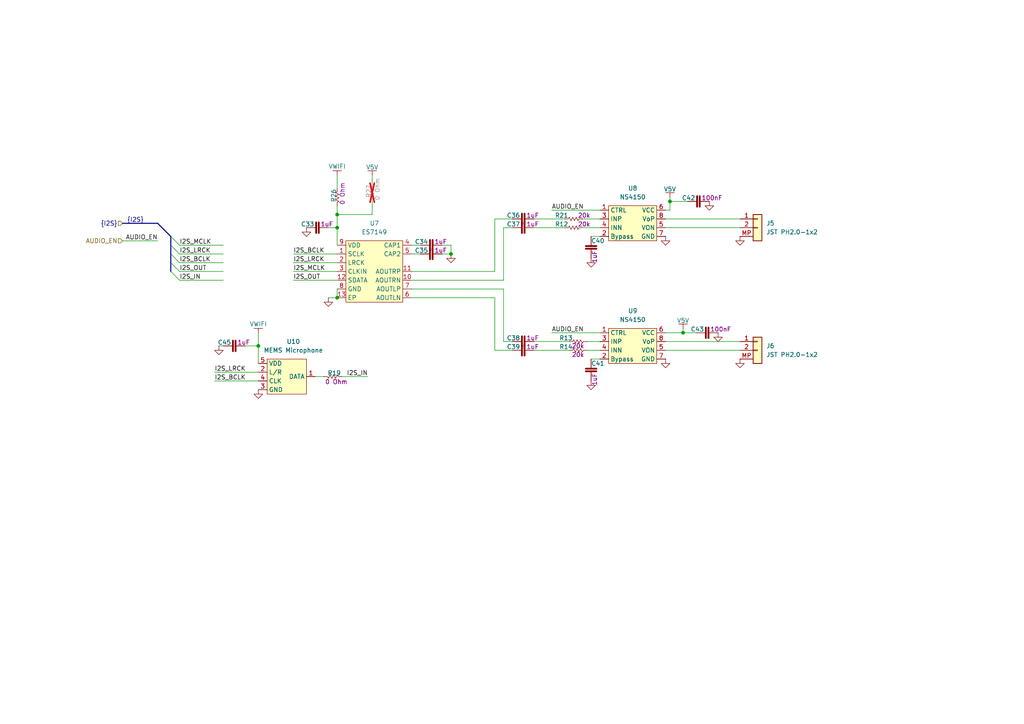
<source format=kicad_sch>
(kicad_sch (version 20231120) (generator "eeschema") (generator_version "8.0")
  (paper "A4")
  (lib_symbols
    (symbol "Galvani:Cap 100nF 0201" (pin_numbers hide) (pin_names (offset 0.254))
      (property "Reference" "C?" (at 1.016 1.524 90))
      (property "Val" "100nF" (at 1.016 -0.254 90))
      (symbol "Cap 100nF 0201_0_1"
        (polyline (pts (xy -1.524 0.254) (xy 1.524 0.254)) (stroke (width 0.508)))
        (polyline (pts (xy -1.524 1.016) (xy 1.524 1.016)) (stroke (width 0.508)))
      )
      (symbol "Cap 100nF 0201_1_1"
        (pin passive line (at 0 3.81 270) (length 2.794) (name "~") (number "1"))
        (pin passive line (at 0 -2.54 90) (length 2.54) (name "~") (number "2"))
      )
    )
    (symbol "Galvani:Cap 1uF 0201" (pin_numbers hide) (pin_names (offset 0.254))
      (property "Reference" "C?" (at 1.016 1.524 90))
      (property "Val" "1uF" (at 1.016 -0.254 90))
      (symbol "Cap 1uF 0201_0_1"
        (polyline (pts (xy -1.524 0.254) (xy 1.524 0.254)) (stroke (width 0.508)))
        (polyline (pts (xy -1.524 1.016) (xy 1.524 1.016)) (stroke (width 0.508)))
      )
      (symbol "Cap 1uF 0201_1_1"
        (pin passive line (at 0 3.81 270) (length 2.794) (name "~") (number "1"))
        (pin passive line (at 0 -2.54 90) (length 2.54) (name "~") (number "2"))
      )
    )
    (symbol "Galvani:ES7149"
      (property "Reference" "U" (at -5.842 11.684 0))
      (property "Value" "ES7149" (at 5.08 10.922 0))
      (symbol "ES7149_1_0"
        (rectangle (start -5.08 8.89) (end 11.43 -8.89) (fill (type background)))
        (pin input line (at -7.62 5.08 0) (length 2.54) (name "SCLK") (number "1"))
        (pin input line (at 13.97 -2.54 180) (length 2.54) (name "AOUTRN") (number "10"))
        (pin input line (at 13.97 0 180) (length 2.54) (name "AOUTRP") (number "11"))
        (pin input line (at -7.62 -2.54 0) (length 2.54) (name "SDATA") (number "12"))
        (pin input line (at -7.62 -7.62 0) (length 2.54) (name "EP") (number "13"))
        (pin input line (at -7.62 2.54 0) (length 2.54) (name "LRCK") (number "2"))
        (pin input line (at -7.62 0 0) (length 2.54) (name "CLKIN") (number "3"))
        (pin input line (at 13.97 7.62 180) (length 2.54) (name "CAP1") (number "4"))
        (pin input line (at 13.97 5.08 180) (length 2.54) (name "CAP2") (number "5"))
        (pin input line (at 13.97 -7.62 180) (length 2.54) (name "AOUTLN") (number "6"))
        (pin input line (at 13.97 -5.08 180) (length 2.54) (name "AOUTLP") (number "7"))
        (pin input line (at -7.62 -5.08 0) (length 2.54) (name "GND") (number "8"))
        (pin input line (at -7.62 7.62 0) (length 2.54) (name "VDD") (number "9"))
      )
    )
    (symbol "Galvani:JST-PH-2.0-1x2" (pin_names (offset 1.016) hide)
      (property "Reference" "J?" (at 2.54 0.0001 0))
      (property "Value" "JST PH2.0-1x2" (at 2.54 -2.5399 0))
      (symbol "JST-PH-2.0-1x2_1_1"
        (rectangle (start -1.27 -2.413) (end 0 -2.667) (stroke (width 0.1524)))
        (rectangle (start -1.27 0.127) (end 0 -0.127) (stroke (width 0.1524)))
        (rectangle (start -1.27 1.27) (end 1.27 -6.35) (stroke (width 0.254)) (fill (type background)))
        (pin passive line (at -5.08 0 0) (length 3.81) (name "Pin_1") (number "1"))
        (pin passive line (at -5.08 -2.54 0) (length 3.81) (name "Pin_2") (number "2"))
        (pin passive line (at -5.08 -5.08 0) (length 3.81) (name "MP") (number "MP"))
      )
    )
    (symbol "Galvani:NS4150"
      (property "Reference" "U" (at -0.508 6.35 0))
      (property "Value" "NS4150" (at 8.89 6.35 0))
      (symbol "NS4150_1_0"
        (rectangle (start -1.27 5.08) (end 12.7 -5.08) (fill (type background)))
        (pin input line (at -3.81 3.81 0) (length 2.54) (name "CTRL") (number "1"))
        (pin input line (at -3.81 -3.81 0) (length 2.54) (name "Bypass") (number "2"))
        (pin input line (at -3.81 1.27 0) (length 2.54) (name "INP") (number "3"))
        (pin input line (at -3.81 -1.27 0) (length 2.54) (name "INN") (number "4"))
        (pin input line (at 15.24 -1.27 180) (length 2.54) (name "VON") (number "5"))
        (pin input line (at 15.24 3.81 180) (length 2.54) (name "VCC") (number "6"))
        (pin input line (at 15.24 -3.81 180) (length 2.54) (name "GND") (number "7"))
        (pin input line (at 15.24 1.27 180) (length 2.54) (name "VoP") (number "8"))
      )
    )
    (symbol "Galvani:R 0 ohm 0201" (pin_numbers hide) (pin_names (offset 0))
      (property "Reference" "R?" (at -1.016 0 90))
      (property "Val" "0 Ohm" (at 1.524 -4.318 90))
      (symbol "R 0 ohm 0201_1_0"
        (polyline (pts (xy 0 2.54) (xy 0 1.524) (xy 0.508 1.27) (xy -0.508 0.762) (xy 0.508 0.254) (xy -0.508 -0.254) (xy 0.508 -0.762) (xy -0.508 -1.27) (xy 0 -1.524) (xy 0 -2.54)))
        (pin passive line (at 0 -2.54 90) (length 0) (name "1") (number "1"))
        (pin passive line (at 0 2.54 270) (length 0) (name "2") (number "2"))
      )
    )
    (symbol "Galvani:R 20k 0201" (pin_numbers hide) (pin_names (offset 0))
      (property "Reference" "R?" (at -1.27 0 90))
      (property "Val" "20k" (at 1.27 0 90))
      (symbol "R 20k 0201_1_0"
        (polyline (pts (xy 0 2.54) (xy 0 1.524) (xy 0.508 1.27) (xy -0.508 0.762) (xy 0.508 0.254) (xy -0.508 -0.254) (xy 0.508 -0.762) (xy -0.508 -1.27) (xy 0 -1.524) (xy 0 -2.54)))
        (pin passive line (at 0 -2.54 90) (length 0) (name "1") (number "1"))
        (pin passive line (at 0 2.54 270) (length 0) (name "2") (number "2"))
      )
    )
    (symbol "Galvani:SD18OB371-041"
      (property "Reference" "U" (at 3.81 6.35 0))
      (property "Value" "MEMS Microphone" (at -0.508 7.366 0))
      (symbol "SD18OB371-041_1_0"
        (rectangle (start -7.62 5.08) (end 3.81 -5.08) (fill (type background)))
        (pin output line (at 6.35 0 180) (length 2.54) (name "DATA") (number "1"))
        (pin input line (at -10.16 1.27 0) (length 2.54) (name "L/R") (number "2"))
        (pin power_in line (at -10.16 -3.81 0) (length 2.54) (name "GND") (number "3"))
        (pin input line (at -10.16 -1.27 0) (length 2.54) (name "CLK") (number "4"))
        (pin power_in line (at -10.16 3.81 0) (length 2.54) (name "VDD") (number "5"))
      )
    )
    (symbol "Galvani:V5V" (power) (pin_names (offset 0))
      (property "Value" "V5V" (at 0 2.54 0))
      (symbol "V5V_0_1"
        (polyline (pts (xy -1.27 1.27) (xy 0 1.27)))
        (polyline (pts (xy 0 0) (xy 0 1.27)))
        (polyline (pts (xy 0 1.27) (xy 1.27 1.27)))
      )
      (symbol "V5V_1_1"
        (pin power_in line (at 0 0 90) (length 0) hide (name "V5V") (number "1"))
      )
    )
    (symbol "Galvani:VWIFI" (power) (pin_names (offset 0))
      (property "Value" "VWIFI" (at 0 2.54 0))
      (symbol "VWIFI_0_1"
        (polyline (pts (xy -1.27 1.27) (xy 0 1.27)))
        (polyline (pts (xy 0 0) (xy 0 1.27)))
        (polyline (pts (xy 0 1.27) (xy 1.27 1.27)))
      )
      (symbol "VWIFI_1_1"
        (pin power_in line (at 0 0 90) (length 0) hide (name "VWIFI") (number "1"))
      )
    )
    (symbol "power:GND" (power) (pin_numbers hide) (pin_names (offset 0) hide)
      (property "Value" "GND" (at 0 -3.81 0))
      (symbol "GND_0_1"
        (polyline (pts (xy 0 0) (xy 0 -1.27) (xy 1.27 -1.27) (xy 0 -2.54) (xy -1.27 -1.27) (xy 0 -1.27)))
      )
      (symbol "GND_1_1"
        (pin power_in line (at 0 0 270) (length 0) (name "~") (number "1"))
      )
    )
  )
  (junction (at 198.12 96.52))
  (junction (at 97.79 66.04))
  (junction (at 194.31 58.42))
  (junction (at 74.93 100.33))
  (junction (at 130.81 73.66))
  (junction (at 97.79 86.36))
  (junction (at 97.79 62.23))
  (bus_entry (at 49.53 71.12) (size 2.54 2.54))
  (bus_entry (at 49.53 76.2) (size 2.54 2.54))
  (bus_entry (at 49.53 68.58) (size 2.54 2.54))
  (bus_entry (at 49.53 73.66) (size 2.54 2.54))
  (bus_entry (at 49.53 78.74) (size 2.54 2.54))
  (wire (pts (xy 85.09 81.28) (xy 97.79 81.28)))
  (wire (pts (xy 97.79 59.69) (xy 97.79 62.23)))
  (wire (pts (xy 97.79 86.36) (xy 97.79 83.82)))
  (wire (pts (xy 146.05 99.06) (xy 148.59 99.06)))
  (wire (pts (xy 193.04 99.06) (xy 214.63 99.06)))
  (wire (pts (xy 146.05 83.82) (xy 146.05 99.06)))
  (wire (pts (xy 63.5 100.33) (xy 64.77 100.33)))
  (wire (pts (xy 193.04 60.96) (xy 194.31 60.96)))
  (wire (pts (xy 194.31 58.42) (xy 194.31 57.15)))
  (wire (pts (xy 74.93 100.33) (xy 74.93 105.41)))
  (wire (pts (xy 193.04 63.5) (xy 214.63 63.5)))
  (wire (pts (xy 198.12 96.52) (xy 198.12 95.25)))
  (wire (pts (xy 143.51 86.36) (xy 143.51 101.6)))
  (wire (pts (xy 194.31 60.96) (xy 194.31 58.42)))
  (wire (pts (xy 154.94 99.06) (xy 165.1 99.06)))
  (wire (pts (xy 193.04 66.04) (xy 214.63 66.04)))
  (wire (pts (xy 71.12 100.33) (xy 74.93 100.33)))
  (bus (pts (xy 49.53 76.2) (xy 49.53 78.74)))
  (wire (pts (xy 62.23 107.95) (xy 74.93 107.95)))
  (wire (pts (xy 119.38 78.74) (xy 143.51 78.74)))
  (bus (pts (xy 49.53 71.12) (xy 49.53 73.66)))
  (wire (pts (xy 143.51 78.74) (xy 143.51 63.5)))
  (wire (pts (xy 99.06 109.22) (xy 106.68 109.22)))
  (wire (pts (xy 146.05 66.04) (xy 148.59 66.04)))
  (wire (pts (xy 119.38 81.28) (xy 146.05 81.28)))
  (wire (pts (xy 97.79 66.04) (xy 97.79 71.12)))
  (wire (pts (xy 91.44 109.22) (xy 93.98 109.22)))
  (wire (pts (xy 154.94 63.5) (xy 163.83 63.5)))
  (wire (pts (xy 119.38 71.12) (xy 121.92 71.12)))
  (wire (pts (xy 170.18 101.6) (xy 173.99 101.6)))
  (wire (pts (xy 168.91 63.5) (xy 173.99 63.5)))
  (wire (pts (xy 119.38 86.36) (xy 143.51 86.36)))
  (wire (pts (xy 85.09 76.2) (xy 97.79 76.2)))
  (wire (pts (xy 62.23 110.49) (xy 74.93 110.49)))
  (wire (pts (xy 52.07 73.66) (xy 64.77 73.66)))
  (wire (pts (xy 52.07 71.12) (xy 64.77 71.12)))
  (wire (pts (xy 170.18 99.06) (xy 173.99 99.06)))
  (wire (pts (xy 52.07 78.74) (xy 64.77 78.74)))
  (wire (pts (xy 35.56 69.85) (xy 45.72 69.85)))
  (bus (pts (xy 45.72 64.77) (xy 49.53 68.58)))
  (wire (pts (xy 160.02 96.52) (xy 173.99 96.52)))
  (wire (pts (xy 154.94 101.6) (xy 165.1 101.6)))
  (wire (pts (xy 97.79 62.23) (xy 97.79 66.04)))
  (wire (pts (xy 97.79 62.23) (xy 107.95 62.23)))
  (wire (pts (xy 119.38 73.66) (xy 121.92 73.66)))
  (wire (pts (xy 128.27 73.66) (xy 130.81 73.66)))
  (wire (pts (xy 168.91 66.04) (xy 173.99 66.04)))
  (wire (pts (xy 171.45 68.58) (xy 173.99 68.58)))
  (wire (pts (xy 52.07 76.2) (xy 64.77 76.2)))
  (wire (pts (xy 194.31 58.42) (xy 199.39 58.42)))
  (wire (pts (xy 130.81 71.12) (xy 130.81 73.66)))
  (wire (pts (xy 119.38 83.82) (xy 146.05 83.82)))
  (wire (pts (xy 74.93 96.52) (xy 74.93 100.33)))
  (wire (pts (xy 85.09 78.74) (xy 97.79 78.74)))
  (wire (pts (xy 160.02 60.96) (xy 173.99 60.96)))
  (wire (pts (xy 198.12 96.52) (xy 201.93 96.52)))
  (wire (pts (xy 193.04 101.6) (xy 214.63 101.6)))
  (wire (pts (xy 85.09 73.66) (xy 97.79 73.66)))
  (wire (pts (xy 171.45 104.14) (xy 173.99 104.14)))
  (wire (pts (xy 52.07 81.28) (xy 64.77 81.28)))
  (wire (pts (xy 143.51 101.6) (xy 148.59 101.6)))
  (wire (pts (xy 97.79 50.8) (xy 97.79 54.61)))
  (wire (pts (xy 128.27 71.12) (xy 130.81 71.12)))
  (wire (pts (xy 143.51 63.5) (xy 148.59 63.5)))
  (bus (pts (xy 35.56 64.77) (xy 45.72 64.77)))
  (wire (pts (xy 107.95 62.23) (xy 107.95 58.42)))
  (wire (pts (xy 95.25 66.04) (xy 97.79 66.04)))
  (wire (pts (xy 107.95 50.8) (xy 107.95 53.34)))
  (bus (pts (xy 49.53 68.58) (xy 49.53 71.12)))
  (wire (pts (xy 154.94 66.04) (xy 163.83 66.04)))
  (wire (pts (xy 95.25 86.36) (xy 97.79 86.36)))
  (bus (pts (xy 49.53 73.66) (xy 49.53 76.2)))
  (wire (pts (xy 193.04 96.52) (xy 198.12 96.52)))
  (wire (pts (xy 146.05 81.28) (xy 146.05 66.04)))
  (label "AUDIO_EN" (at 45.72 69.85 180))
  (label "I2S_IN" (at 106.68 109.22 180) (effects (font (thickness 0.1588))))
  (label "I2S_LRCK" (at 62.23 107.95 0) (effects (font (thickness 0.1588))))
  (label "I2S_MCLK" (at 52.07 71.12 0) (effects (font (thickness 0.1588))))
  (label "I2S_IN" (at 52.07 81.28 0) (effects (font (thickness 0.1588))))
  (label "I2S_OUT" (at 52.07 78.74 0) (effects (font (thickness 0.1588))))
  (label "I2S_LRCK" (at 85.09 76.2 0) (effects (font (thickness 0.1588))))
  (label "AUDIO_EN" (at 160.02 60.96 0))
  (label "I2S_BCLK" (at 52.07 76.2 0) (effects (font (thickness 0.1588))))
  (label "I2S_MCLK" (at 85.09 78.74 0) (effects (font (thickness 0.1588))))
  (label "AUDIO_EN" (at 160.02 96.52 0))
  (label "I2S_OUT" (at 85.09 81.28 0) (effects (font (thickness 0.1588))))
  (label "I2S_BCLK" (at 85.09 73.66 0) (effects (font (thickness 0.1588))))
  (label "{I2S}" (at 36.83 64.77 0) (effects (font (thickness 0.1588))))
  (label "I2S_LRCK" (at 52.07 73.66 0) (effects (font (thickness 0.1588))))
  (label "I2S_BCLK" (at 62.23 110.49 0) (effects (font (thickness 0.1588))))
  (hierarchical_label "AUDIO_EN" (shape input) (at 35.56 69.85 180))
  (hierarchical_label "{I2S}" (shape input) (at 35.56 64.77 180) (effects (font (thickness 0.1588))))
  (symbol (lib_id "Galvani:R 20k 0201") (at 167.64 101.6 270) (unit 1)
    (property "Reference" "R14" (at 166.116 100.584 90) (effects (justify right)))
    (property "Value" "R 20k 0201" (effects (hide yes)))
    (property "Footprint" "Galvani:R_0201_0603Metric" (effects (hide yes)))
    (property "Val" "20k" (at 167.64 102.87 90))
  )
  (symbol (lib_id "Galvani:R 20k 0201") (at 166.37 66.04 270) (unit 1)
    (property "Reference" "R12" (at 164.846 65.024 90) (effects (justify right)))
    (property "Value" "R 20k 0201" (effects (hide yes)))
    (property "Footprint" "Galvani:R_0201_0603Metric" (effects (hide yes)))
    (property "Val" "20k" (at 169.418 65.024 90))
  )
  (symbol (lib_id "Galvani:Cap 1uF 0201") (at 125.73 73.66 90) (unit 1)
    (property "Reference" "C35" (at 124.206 72.644 90) (effects (justify left)))
    (property "Value" "Cap 1uF 0201" (effects (hide yes)))
    (property "Footprint" "Galvani:C_0201_0603Metric" (effects (hide yes)))
    (property "Val" "1uF" (at 125.984 72.644 90) (effects (justify right)))
  )
  (symbol (lib_id "Galvani:JST-PH-2.0-1x2") (at 219.71 99.06 0) (unit 1)
    (property "Reference" "J6" (at 222.25 100.3299 0) (effects (justify left)))
    (property "Value" "JST PH2.0-1x2" (at 222.25 102.8699 0) (effects (justify left)))
    (property "Footprint" "Galvani:JST_PH_B2B-PH-SM4-TB_1x02-1MP_P2.00mm_Vertical" (effects (hide yes)))
    (property "Description" "Generic connector, single row, 01x02, script generated (kicad-library-utils/schlib/autogen/connector/)" (effects (hide yes)))
    (property "Manufacturer" "JST" (effects (hide yes)))
    (property "MPN" "B2B-PH-SM4-TB(LF)(SN)" (effects (hide yes)))
    (property "LCSC" "C160352" (effects (hide yes)))
  )
  (symbol (lib_id "Galvani:R 20k 0201") (at 167.64 99.06 270) (unit 1)
    (property "Reference" "R13" (at 166.116 98.044 90) (effects (justify right)))
    (property "Value" "R 20k 0201" (effects (hide yes)))
    (property "Footprint" "Galvani:R_0201_0603Metric" (effects (hide yes)))
    (property "Val" "20k" (at 167.64 100.33 90))
  )
  (symbol (lib_id "Galvani:Cap 1uF 0201") (at 152.4 66.04 90) (unit 1)
    (property "Reference" "C37" (at 150.876 65.024 90) (effects (justify left)))
    (property "Value" "Cap 1uF 0201" (effects (hide yes)))
    (property "Footprint" "Galvani:C_0201_0603Metric" (effects (hide yes)))
    (property "Val" "1uF" (at 152.654 65.024 90) (effects (justify right)))
  )
  (symbol (lib_id "Galvani:V5V") (at 198.12 95.25 0) (unit 1)
    (property "Reference" "#PWR0101" (effects (hide yes)))
    (property "Value" "V5V" (at 198.12 92.964 0))
  )
  (symbol (lib_id "Galvani:Cap 100nF 0201") (at 205.74 96.52 90) (unit 1)
    (property "Reference" "C43" (at 204.216 95.504 90) (effects (justify left)))
    (property "Value" "Cap 100nF 0201" (effects (hide yes)))
    (property "Footprint" "Galvani:C_0201_0603Metric" (effects (hide yes)))
    (property "Val" "100nF" (at 205.994 95.504 90) (effects (justify right)))
  )
  (symbol (lib_id "power:GND") (at 171.45 110.49 0) (unit 1)
    (property "Reference" "#PWR097" (effects (hide yes)))
    (property "Value" "GND" (effects (hide yes)))
    (property "Description" "Power symbol creates a global label with name \"GND\" , ground" (effects (hide yes)))
  )
  (symbol (lib_id "Galvani:NS4150") (at 177.8 100.33 0) (unit 1)
    (property "Reference" "U9" (at 183.515 90.17 0))
    (property "Value" "NS4150" (at 183.515 92.71 0))
    (property "Footprint" "Galvani:MSOP-8_L3.0-W3.0-P0.65-LS5.0-BL" (effects (hide yes)))
    (property "Datasheet" "https://atta.szlcsc.com/upload/public/pdf/source/20220916/DAE631F3909B9CBB38BDE76E3E6D5896.pdf" (effects (hide yes)))
    (property "Description" "Type of Power Amplifier:D类功放 Output Power: Supply Voltage:3V~5.25V Supply Voltage:3V~5.25V" (effects (hide yes)))
    (property "Manufacturer Part" "NS4150B" (effects (hide yes)))
    (property "Manufacturer" "Nsiway(纳芯威)" (effects (hide yes)))
    (property "LCSC" "C189961" (effects (hide yes)))
  )
  (symbol (lib_id "Galvani:Cap 1uF 0201") (at 171.45 72.39 0) (unit 1)
    (property "Reference" "C40" (at 171.45 69.85 0) (effects (justify left)))
    (property "Value" "Cap 1uF 0201" (effects (hide yes)))
    (property "Footprint" "Galvani:C_0201_0603Metric" (effects (hide yes)))
    (property "Val" "1uF" (at 172.466 72.644 90) (effects (justify right)))
  )
  (symbol (lib_id "power:GND") (at 130.81 73.66 0) (unit 1)
    (property "Reference" "#PWR093" (effects (hide yes)))
    (property "Value" "GND" (effects (hide yes)))
    (property "Description" "Power symbol creates a global label with name \"GND\" , ground" (effects (hide yes)))
  )
  (symbol (lib_id "power:GND") (at 193.04 68.58 0) (unit 1)
    (property "Reference" "#PWR098" (effects (hide yes)))
    (property "Value" "GND" (effects (hide yes)))
    (property "Description" "Power symbol creates a global label with name \"GND\" , ground" (effects (hide yes)))
  )
  (symbol (lib_id "Galvani:Cap 1uF 0201") (at 171.45 107.95 0) (unit 1)
    (property "Reference" "C41" (at 171.45 105.41 0) (effects (justify left)))
    (property "Value" "Cap 1uF 0201" (effects (hide yes)))
    (property "Footprint" "Galvani:C_0201_0603Metric" (effects (hide yes)))
    (property "Val" "1uF" (at 172.466 108.204 90) (effects (justify right)))
  )
  (symbol (lib_id "Galvani:Cap 1uF 0201") (at 152.4 63.5 90) (unit 1)
    (property "Reference" "C36" (at 150.876 62.484 90) (effects (justify left)))
    (property "Value" "Cap 1uF 0201" (effects (hide yes)))
    (property "Footprint" "Galvani:C_0201_0603Metric" (effects (hide yes)))
    (property "Val" "1uF" (at 152.654 62.484 90) (effects (justify right)))
  )
  (symbol (lib_id "Galvani:Cap 1uF 0201") (at 125.73 71.12 90) (unit 1)
    (property "Reference" "C34" (at 124.206 70.104 90) (effects (justify left)))
    (property "Value" "Cap 1uF 0201" (effects (hide yes)))
    (property "Footprint" "Galvani:C_0201_0603Metric" (effects (hide yes)))
    (property "Val" "1uF" (at 125.984 70.104 90) (effects (justify right)))
  )
  (symbol (lib_id "Galvani:V5V") (at 194.31 57.15 0) (unit 1)
    (property "Reference" "#PWR0100" (effects (hide yes)))
    (property "Value" "V5V" (at 194.31 54.864 0))
  )
  (symbol (lib_id "power:GND") (at 208.28 96.52 0) (unit 1)
    (property "Reference" "#PWR0103" (effects (hide yes)))
    (property "Value" "GND" (effects (hide yes)))
    (property "Description" "Power symbol creates a global label with name \"GND\" , ground" (effects (hide yes)))
  )
  (symbol (lib_id "power:GND") (at 171.45 74.93 0) (unit 1)
    (property "Reference" "#PWR095" (effects (hide yes)))
    (property "Value" "GND" (effects (hide yes)))
    (property "Description" "Power symbol creates a global label with name \"GND\" , ground" (effects (hide yes)))
  )
  (symbol (lib_id "power:GND") (at 214.63 68.58 0) (unit 1)
    (property "Reference" "#PWR0110" (effects (hide yes)))
    (property "Value" "GND" (effects (hide yes)))
    (property "Description" "Power symbol creates a global label with name \"GND\" , ground" (effects (hide yes)))
  )
  (symbol (lib_id "Galvani:R 0 ohm 0201") (at 107.95 55.88 0) (mirror x) (unit 1) (in_bom no) (dnp yes)
    (property "Reference" "R27" (at 106.934 57.404 90) (effects (justify right)))
    (property "Value" "R 0 ohm 0201" (effects (hide yes)))
    (property "Footprint" "Galvani:R_0201_0603Metric" (effects (hide yes)))
    (property "Val" "0 Ohm" (at 109.474 51.562 90) (effects (justify left)))
  )
  (symbol (lib_id "Galvani:Cap 1uF 0201") (at 68.58 100.33 90) (unit 1)
    (property "Reference" "C45" (at 67.056 99.314 90) (effects (justify left)))
    (property "Value" "Cap 1uF 0201" (effects (hide yes)))
    (property "Footprint" "Galvani:C_0201_0603Metric" (effects (hide yes)))
    (property "Val" "1uF" (at 68.834 99.314 90) (effects (justify right)))
  )
  (symbol (lib_id "Galvani:V5V") (at 107.95 50.8 0) (unit 1)
    (property "Reference" "#PWR0109" (effects (hide yes)))
    (property "Value" "V5V" (at 107.95 48.514 0))
  )
  (symbol (lib_id "power:GND") (at 74.93 113.03 0) (unit 1)
    (property "Reference" "#PWR053" (effects (hide yes)))
    (property "Value" "GND" (effects (hide yes)))
    (property "Description" "Power symbol creates a global label with name \"GND\" , ground" (effects (hide yes)))
  )
  (symbol (lib_id "power:GND") (at 193.04 104.14 0) (unit 1)
    (property "Reference" "#PWR099" (effects (hide yes)))
    (property "Value" "GND" (effects (hide yes)))
    (property "Description" "Power symbol creates a global label with name \"GND\" , ground" (effects (hide yes)))
  )
  (symbol (lib_id "power:GND") (at 88.9 66.04 0) (unit 1)
    (property "Reference" "#PWR089" (effects (hide yes)))
    (property "Value" "GND" (effects (hide yes)))
    (property "Description" "Power symbol creates a global label with name \"GND\" , ground" (effects (hide yes)))
  )
  (symbol (lib_id "Galvani:ES7149") (at 105.41 78.74 0) (unit 1)
    (property "Reference" "U7" (at 108.585 64.77 0))
    (property "Value" "ES7149" (at 108.585 67.31 0))
    (property "Footprint" "Galvani:QFN-12_L2.5-W2.5-P0.50-BL-EP" (effects (hide yes)))
    (property "Datasheet" "https://atta.szlcsc.com/upload/public/pdf/source/20190124/C365753_99275FC6EC83768AC36DCAC443F705E7.pdf" (effects (hide yes)))
    (property "Manufacturer Part" "ES7149" (effects (hide yes)))
    (property "Manufacturer" "Everest-semi(顺芯)" (effects (hide yes)))
    (property "LCSC" "C365753" (effects (hide yes)))
  )
  (symbol (lib_id "Galvani:JST-PH-2.0-1x2") (at 219.71 63.5 0) (unit 1)
    (property "Reference" "J5" (at 222.25 64.7699 0) (effects (justify left)))
    (property "Value" "JST PH2.0-1x2" (at 222.25 67.3099 0) (effects (justify left)))
    (property "Footprint" "Galvani:JST_PH_B2B-PH-SM4-TB_1x02-1MP_P2.00mm_Vertical" (effects (hide yes)))
    (property "Description" "Generic connector, single row, 01x02, script generated (kicad-library-utils/schlib/autogen/connector/)" (effects (hide yes)))
    (property "Manufacturer" "JST" (effects (hide yes)))
    (property "MPN" "B2B-PH-SM4-TB(LF)(SN)" (effects (hide yes)))
    (property "LCSC" "C160352" (effects (hide yes)))
  )
  (symbol (lib_id "Galvani:R 0 ohm 0201") (at 96.52 109.22 90) (mirror x) (unit 1)
    (property "Reference" "R19" (at 94.996 108.204 90) (effects (justify right)))
    (property "Value" "R 0 ohm 0201" (effects (hide yes)))
    (property "Footprint" "Galvani:R_0201_0603Metric" (effects (hide yes)))
    (property "Val" "0 Ohm" (at 100.838 110.744 90) (effects (justify left)))
  )
  (symbol (lib_id "power:GND") (at 214.63 104.14 0) (unit 1)
    (property "Reference" "#PWR0111" (effects (hide yes)))
    (property "Value" "GND" (effects (hide yes)))
    (property "Description" "Power symbol creates a global label with name \"GND\" , ground" (effects (hide yes)))
  )
  (symbol (lib_id "Galvani:Cap 1uF 0201") (at 92.71 66.04 90) (unit 1)
    (property "Reference" "C33" (at 91.186 65.024 90) (effects (justify left)))
    (property "Value" "Cap 1uF 0201" (effects (hide yes)))
    (property "Footprint" "Galvani:C_0201_0603Metric" (effects (hide yes)))
    (property "Val" "1uF" (at 92.964 65.024 90) (effects (justify right)))
  )
  (symbol (lib_id "Galvani:Cap 1uF 0201") (at 152.4 101.6 90) (unit 1)
    (property "Reference" "C39" (at 150.876 100.584 90) (effects (justify left)))
    (property "Value" "Cap 1uF 0201" (effects (hide yes)))
    (property "Footprint" "Galvani:C_0201_0603Metric" (effects (hide yes)))
    (property "Val" "1uF" (at 152.654 100.584 90) (effects (justify right)))
  )
  (symbol (lib_id "power:GND") (at 95.25 86.36 0) (unit 1)
    (property "Reference" "#PWR091" (effects (hide yes)))
    (property "Value" "GND" (effects (hide yes)))
    (property "Description" "Power symbol creates a global label with name \"GND\" , ground" (effects (hide yes)))
  )
  (symbol (lib_id "Galvani:R 20k 0201") (at 166.37 63.5 270) (unit 1)
    (property "Reference" "R21" (at 164.846 62.484 90) (effects (justify right)))
    (property "Value" "R 20k 0201" (effects (hide yes)))
    (property "Footprint" "Galvani:R_0201_0603Metric" (effects (hide yes)))
    (property "Val" "20k" (at 169.418 62.484 90))
  )
  (symbol (lib_id "Galvani:Cap 100nF 0201") (at 203.2 58.42 90) (unit 1)
    (property "Reference" "C42" (at 201.676 57.404 90) (effects (justify left)))
    (property "Value" "Cap 100nF 0201" (effects (hide yes)))
    (property "Footprint" "Galvani:C_0201_0603Metric" (effects (hide yes)))
    (property "Val" "100nF" (at 203.454 57.404 90) (effects (justify right)))
  )
  (symbol (lib_id "power:GND") (at 205.74 58.42 0) (unit 1)
    (property "Reference" "#PWR0102" (effects (hide yes)))
    (property "Value" "GND" (effects (hide yes)))
    (property "Description" "Power symbol creates a global label with name \"GND\" , ground" (effects (hide yes)))
  )
  (symbol (lib_id "power:GND") (at 63.5 100.33 0) (unit 1)
    (property "Reference" "#PWR094" (effects (hide yes)))
    (property "Value" "GND" (effects (hide yes)))
    (property "Description" "Power symbol creates a global label with name \"GND\" , ground" (effects (hide yes)))
  )
  (symbol (lib_id "Galvani:VWIFI") (at 74.93 96.52 0) (unit 1)
    (property "Reference" "#PWR096" (effects (hide yes)))
    (property "Value" "VWIFI" (at 74.93 93.98 0))
  )
  (symbol (lib_id "Galvani:SD18OB371-041") (at 85.09 109.22 0) (unit 1)
    (property "Reference" "U10" (at 85.09 99.06 0))
    (property "Value" "MEMS Microphone" (at 85.09 101.6 0))
    (property "Footprint" "Galvani:RHLGA-5L_L3.5-W2.7-P0.82-MP23ABS1TR" (effects (hide yes)))
    (property "Datasheet" "https://atta.szlcsc.com/upload/public/pdf/source/20220620/1A4DD3191B647996E864A093B4739BB7.pdf" (effects (hide yes)))
    (property "Description" "MEMS digital microphone" (effects (hide yes)))
    (property "Manufacturer Part" "SD18OB371-041" (effects (hide yes)))
    (property "Manufacturer" "Goertek(歌尔)" (effects (hide yes)))
    (property "LCSC" "C3040249" (effects (hide yes)))
  )
  (symbol (lib_id "Galvani:NS4150") (at 177.8 64.77 0) (unit 1)
    (property "Reference" "U8" (at 183.515 54.61 0))
    (property "Value" "NS4150" (at 183.515 57.15 0))
    (property "Footprint" "Galvani:MSOP-8_L3.0-W3.0-P0.65-LS5.0-BL" (effects (hide yes)))
    (property "Datasheet" "https://atta.szlcsc.com/upload/public/pdf/source/20220916/DAE631F3909B9CBB38BDE76E3E6D5896.pdf" (effects (hide yes)))
    (property "Description" "Type of Power Amplifier:D类功放 Output Power: Supply Voltage:3V~5.25V Supply Voltage:3V~5.25V" (effects (hide yes)))
    (property "Manufacturer Part" "NS4150B" (effects (hide yes)))
    (property "Manufacturer" "Nsiway(纳芯威)" (effects (hide yes)))
    (property "LCSC" "C189961" (effects (hide yes)))
  )
  (symbol (lib_id "Galvani:VWIFI") (at 97.79 50.8 0) (unit 1)
    (property "Reference" "#PWR092" (effects (hide yes)))
    (property "Value" "VWIFI" (at 97.79 48.26 0))
  )
  (symbol (lib_id "Galvani:R 0 ohm 0201") (at 97.79 57.15 0) (mirror x) (unit 1)
    (property "Reference" "R26" (at 96.774 58.674 90) (effects (justify right)))
    (property "Value" "R 0 ohm 0201" (effects (hide yes)))
    (property "Footprint" "Galvani:R_0201_0603Metric" (effects (hide yes)))
    (property "Val" "0 Ohm" (at 99.314 52.832 90) (effects (justify left)))
  )
  (symbol (lib_id "Galvani:Cap 1uF 0201") (at 152.4 99.06 90) (unit 1)
    (property "Reference" "C38" (at 150.876 98.044 90) (effects (justify left)))
    (property "Value" "Cap 1uF 0201" (effects (hide yes)))
    (property "Footprint" "Galvani:C_0201_0603Metric" (effects (hide yes)))
    (property "Val" "1uF" (at 152.654 98.044 90) (effects (justify right)))
  )
)
</source>
